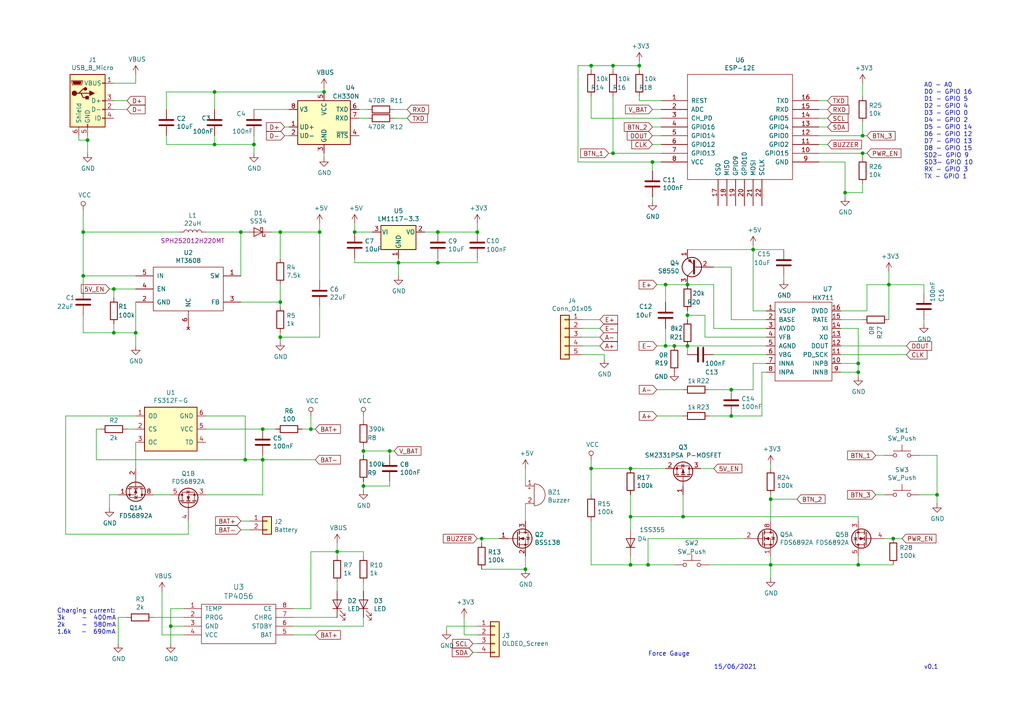
<source format=kicad_sch>
(kicad_sch (version 20211123) (generator eeschema)
  (paper "A4")
  (junction (at 127 67.31))
  (junction (at 39.37 96.52))
  (junction (at 177.8 19.05))
  (junction (at 223.52 163.83))
  (junction (at 182.88 135.89))
  (junction (at 73.66 41.91))
  (junction (at 185.42 19.05))
  (junction (at 97.79 160.02))
  (junction (at 25.4 40.64))
  (junction (at 212.09 120.65))
  (junction (at 199.39 82.55))
  (junction (at 152.4 165.1))
  (junction (at 49.53 181.61))
  (junction (at 259.08 156.21))
  (junction (at 76.2 133.35))
  (junction (at 171.45 135.89))
  (junction (at 81.28 67.31))
  (junction (at 195.58 100.33))
  (junction (at 24.13 67.31))
  (junction (at 271.78 143.51))
  (junction (at 193.04 82.55))
  (junction (at 93.98 26.67))
  (junction (at 189.23 46.99))
  (junction (at 62.23 26.67))
  (junction (at 62.23 41.91))
  (junction (at 90.17 124.46))
  (junction (at 199.39 100.33))
  (junction (at 69.85 67.31))
  (junction (at 139.7 156.21))
  (junction (at 81.28 97.79))
  (junction (at 218.44 72.39))
  (junction (at 92.71 67.31))
  (junction (at 223.52 144.78))
  (junction (at 24.13 80.01))
  (junction (at 138.43 67.31))
  (junction (at 212.09 113.03))
  (junction (at 71.12 133.35))
  (junction (at 105.41 130.81))
  (junction (at 250.19 44.45))
  (junction (at 187.96 163.83))
  (junction (at 177.8 44.45))
  (junction (at 257.81 82.55))
  (junction (at 182.88 149.86))
  (junction (at 33.02 96.52))
  (junction (at 193.04 100.33))
  (junction (at 113.03 130.81))
  (junction (at 248.92 105.41))
  (junction (at 171.45 19.05))
  (junction (at 102.87 67.31))
  (junction (at 33.02 83.82))
  (junction (at 248.92 163.83))
  (junction (at 245.11 55.88))
  (junction (at 127 76.2))
  (junction (at 250.19 39.37))
  (junction (at 76.2 124.46))
  (junction (at 105.41 140.97))
  (junction (at 198.12 149.86))
  (junction (at 115.57 76.2))
  (junction (at 199.39 91.44))
  (junction (at 248.92 107.95))
  (junction (at 81.28 87.63))
  (junction (at 182.88 163.83))
  (wire (pts (xy 102.87 67.31) (xy 107.95 67.31)))
  (wire (pts (xy 223.52 144.78) (xy 223.52 151.13)))
  (wire (pts (xy 36.83 29.21) (xy 33.02 29.21)))
  (wire (pts (xy 182.88 149.86) (xy 198.12 149.86)))
  (wire (pts (xy 105.41 132.08) (xy 105.41 130.81)))
  (wire (pts (xy 90.17 120.65) (xy 90.17 124.46)))
  (wire (pts (xy 207.01 77.47) (xy 212.09 77.47)))
  (wire (pts (xy 171.45 19.05) (xy 177.8 19.05)))
  (wire (pts (xy 205.74 113.03) (xy 212.09 113.03)))
  (wire (pts (xy 190.5 100.33) (xy 193.04 100.33)))
  (wire (pts (xy 97.79 168.91) (xy 97.79 171.45)))
  (wire (pts (xy 189.23 49.53) (xy 189.23 46.99)))
  (wire (pts (xy 31.75 83.82) (xy 33.02 83.82)))
  (wire (pts (xy 248.92 105.41) (xy 248.92 107.95)))
  (wire (pts (xy 105.41 130.81) (xy 105.41 129.54)))
  (wire (pts (xy 271.78 143.51) (xy 266.7 143.51)))
  (wire (pts (xy 39.37 96.52) (xy 39.37 100.33)))
  (wire (pts (xy 248.92 95.25) (xy 248.92 105.41)))
  (wire (pts (xy 212.09 92.71) (xy 222.25 92.71)))
  (wire (pts (xy 199.39 72.39) (xy 218.44 72.39)))
  (wire (pts (xy 182.88 149.86) (xy 182.88 153.67)))
  (wire (pts (xy 59.69 143.51) (xy 76.2 143.51)))
  (wire (pts (xy 240.03 29.21) (xy 237.49 29.21)))
  (wire (pts (xy 175.26 102.87) (xy 175.26 104.14)))
  (wire (pts (xy 78.74 67.31) (xy 81.28 67.31)))
  (wire (pts (xy 113.03 140.97) (xy 105.41 140.97)))
  (wire (pts (xy 222.25 105.41) (xy 218.44 105.41)))
  (wire (pts (xy 190.5 113.03) (xy 198.12 113.03)))
  (wire (pts (xy 27.94 124.46) (xy 29.21 124.46)))
  (wire (pts (xy 220.98 120.65) (xy 212.09 120.65)))
  (wire (pts (xy 19.05 154.94) (xy 54.61 154.94)))
  (wire (pts (xy 33.02 96.52) (xy 39.37 96.52)))
  (wire (pts (xy 139.7 156.21) (xy 144.78 156.21)))
  (wire (pts (xy 71.12 133.35) (xy 76.2 133.35)))
  (wire (pts (xy 127 74.93) (xy 127 76.2)))
  (wire (pts (xy 105.41 168.91) (xy 105.41 171.45)))
  (wire (pts (xy 177.8 20.32) (xy 177.8 19.05)))
  (wire (pts (xy 257.81 92.71) (xy 257.81 82.55)))
  (wire (pts (xy 189.23 46.99) (xy 167.64 46.99)))
  (wire (pts (xy 90.17 160.02) (xy 97.79 160.02)))
  (wire (pts (xy 90.17 176.53) (xy 85.09 176.53)))
  (wire (pts (xy 62.23 41.91) (xy 48.26 41.91)))
  (wire (pts (xy 62.23 39.37) (xy 62.23 41.91)))
  (wire (pts (xy 129.54 182.88) (xy 129.54 181.61)))
  (wire (pts (xy 76.2 133.35) (xy 76.2 132.08)))
  (wire (pts (xy 73.66 39.37) (xy 73.66 41.91)))
  (wire (pts (xy 243.84 95.25) (xy 248.92 95.25)))
  (wire (pts (xy 85.09 181.61) (xy 105.41 181.61)))
  (wire (pts (xy 193.04 82.55) (xy 193.04 87.63)))
  (wire (pts (xy 115.57 76.2) (xy 115.57 80.01)))
  (wire (pts (xy 257.81 82.55) (xy 257.81 78.74)))
  (wire (pts (xy 93.98 44.45) (xy 93.98 45.72)))
  (wire (pts (xy 105.41 181.61) (xy 105.41 179.07)))
  (wire (pts (xy 22.86 39.37) (xy 22.86 40.64)))
  (wire (pts (xy 205.74 120.65) (xy 212.09 120.65)))
  (wire (pts (xy 62.23 26.67) (xy 62.23 31.75)))
  (wire (pts (xy 257.81 82.55) (xy 251.46 82.55)))
  (wire (pts (xy 173.99 95.25) (xy 168.91 95.25)))
  (wire (pts (xy 171.45 34.29) (xy 191.77 34.29)))
  (wire (pts (xy 115.57 76.2) (xy 115.57 74.93)))
  (wire (pts (xy 24.13 60.96) (xy 24.13 67.31)))
  (wire (pts (xy 33.02 83.82) (xy 39.37 83.82)))
  (wire (pts (xy 191.77 46.99) (xy 189.23 46.99)))
  (wire (pts (xy 36.83 31.75) (xy 33.02 31.75)))
  (wire (pts (xy 105.41 121.92) (xy 105.41 120.65)))
  (wire (pts (xy 113.03 130.81) (xy 114.3 130.81)))
  (wire (pts (xy 195.58 163.83) (xy 187.96 163.83)))
  (wire (pts (xy 223.52 167.64) (xy 223.52 163.83)))
  (wire (pts (xy 54.61 154.94) (xy 54.61 151.13)))
  (wire (pts (xy 195.58 100.33) (xy 199.39 100.33)))
  (wire (pts (xy 39.37 128.27) (xy 39.37 135.89)))
  (wire (pts (xy 27.94 124.46) (xy 27.94 133.35)))
  (wire (pts (xy 199.39 91.44) (xy 199.39 92.71)))
  (wire (pts (xy 31.75 147.32) (xy 31.75 143.51)))
  (wire (pts (xy 222.25 107.95) (xy 220.98 107.95)))
  (wire (pts (xy 127 76.2) (xy 115.57 76.2)))
  (wire (pts (xy 105.41 142.24) (xy 105.41 140.97)))
  (wire (pts (xy 223.52 144.78) (xy 231.14 144.78)))
  (wire (pts (xy 34.29 179.07) (xy 34.29 186.69)))
  (wire (pts (xy 83.82 31.75) (xy 73.66 31.75)))
  (wire (pts (xy 199.39 90.17) (xy 199.39 91.44)))
  (wire (pts (xy 167.64 19.05) (xy 171.45 19.05)))
  (wire (pts (xy 218.44 90.17) (xy 218.44 72.39)))
  (wire (pts (xy 76.2 143.51) (xy 76.2 133.35)))
  (wire (pts (xy 76.2 133.35) (xy 91.44 133.35)))
  (wire (pts (xy 106.68 34.29) (xy 104.14 34.29)))
  (wire (pts (xy 259.08 156.21) (xy 261.62 156.21)))
  (wire (pts (xy 223.52 161.29) (xy 223.52 163.83)))
  (wire (pts (xy 102.87 64.77) (xy 102.87 67.31)))
  (wire (pts (xy 134.62 179.07) (xy 134.62 184.15)))
  (wire (pts (xy 205.74 163.83) (xy 223.52 163.83)))
  (wire (pts (xy 185.42 19.05) (xy 185.42 20.32)))
  (wire (pts (xy 237.49 39.37) (xy 250.19 39.37)))
  (wire (pts (xy 171.45 135.89) (xy 182.88 135.89)))
  (wire (pts (xy 190.5 120.65) (xy 198.12 120.65)))
  (wire (pts (xy 24.13 96.52) (xy 33.02 96.52)))
  (wire (pts (xy 81.28 87.63) (xy 81.28 82.55)))
  (wire (pts (xy 81.28 74.93) (xy 81.28 67.31)))
  (wire (pts (xy 39.37 24.13) (xy 33.02 24.13)))
  (wire (pts (xy 152.4 135.89) (xy 152.4 140.97)))
  (wire (pts (xy 105.41 160.02) (xy 97.79 160.02)))
  (wire (pts (xy 123.19 67.31) (xy 127 67.31)))
  (wire (pts (xy 218.44 113.03) (xy 212.09 113.03)))
  (wire (pts (xy 49.53 181.61) (xy 53.34 181.61)))
  (wire (pts (xy 81.28 87.63) (xy 69.85 87.63)))
  (wire (pts (xy 22.86 40.64) (xy 25.4 40.64)))
  (wire (pts (xy 127 67.31) (xy 138.43 67.31)))
  (wire (pts (xy 114.3 31.75) (xy 118.11 31.75)))
  (wire (pts (xy 250.19 44.45) (xy 251.46 44.45)))
  (wire (pts (xy 168.91 102.87) (xy 175.26 102.87)))
  (wire (pts (xy 46.99 171.45) (xy 46.99 184.15)))
  (wire (pts (xy 97.79 157.48) (xy 97.79 160.02)))
  (wire (pts (xy 198.12 149.86) (xy 198.12 143.51)))
  (wire (pts (xy 92.71 88.9) (xy 92.71 97.79)))
  (wire (pts (xy 81.28 67.31) (xy 92.71 67.31)))
  (wire (pts (xy 24.13 80.01) (xy 24.13 83.82)))
  (wire (pts (xy 218.44 105.41) (xy 218.44 113.03)))
  (wire (pts (xy 168.91 92.71) (xy 173.99 92.71)))
  (wire (pts (xy 218.44 71.12) (xy 218.44 72.39)))
  (wire (pts (xy 223.52 143.51) (xy 223.52 144.78)))
  (wire (pts (xy 62.23 41.91) (xy 73.66 41.91)))
  (wire (pts (xy 39.37 87.63) (xy 39.37 96.52)))
  (wire (pts (xy 97.79 160.02) (xy 97.79 161.29)))
  (wire (pts (xy 190.5 82.55) (xy 193.04 82.55)))
  (wire (pts (xy 248.92 163.83) (xy 259.08 163.83)))
  (wire (pts (xy 39.37 120.65) (xy 19.05 120.65)))
  (wire (pts (xy 73.66 41.91) (xy 73.66 44.45)))
  (wire (pts (xy 243.84 107.95) (xy 248.92 107.95)))
  (wire (pts (xy 59.69 67.31) (xy 69.85 67.31)))
  (wire (pts (xy 223.52 135.89) (xy 223.52 134.62)))
  (wire (pts (xy 36.83 179.07) (xy 34.29 179.07)))
  (wire (pts (xy 152.4 161.29) (xy 152.4 165.1)))
  (wire (pts (xy 134.62 184.15) (xy 138.43 184.15)))
  (wire (pts (xy 39.37 21.59) (xy 39.37 24.13)))
  (wire (pts (xy 48.26 41.91) (xy 48.26 39.37)))
  (wire (pts (xy 227.33 81.28) (xy 227.33 80.01)))
  (wire (pts (xy 92.71 67.31) (xy 92.71 64.77)))
  (wire (pts (xy 171.45 151.13) (xy 171.45 163.83)))
  (wire (pts (xy 44.45 179.07) (xy 53.34 179.07)))
  (wire (pts (xy 189.23 31.75) (xy 191.77 31.75)))
  (wire (pts (xy 69.85 153.67) (xy 72.39 153.67)))
  (wire (pts (xy 193.04 82.55) (xy 199.39 82.55)))
  (wire (pts (xy 243.84 102.87) (xy 262.89 102.87)))
  (wire (pts (xy 24.13 67.31) (xy 24.13 80.01)))
  (wire (pts (xy 199.39 100.33) (xy 199.39 102.87)))
  (wire (pts (xy 81.28 97.79) (xy 81.28 99.06)))
  (wire (pts (xy 33.02 86.36) (xy 33.02 83.82)))
  (wire (pts (xy 49.53 143.51) (xy 44.45 143.51)))
  (wire (pts (xy 138.43 156.21) (xy 139.7 156.21)))
  (wire (pts (xy 207.01 82.55) (xy 199.39 82.55)))
  (wire (pts (xy 227.33 72.39) (xy 218.44 72.39)))
  (wire (pts (xy 222.25 100.33) (xy 199.39 100.33)))
  (wire (pts (xy 49.53 176.53) (xy 49.53 181.61)))
  (wire (pts (xy 173.99 100.33) (xy 168.91 100.33)))
  (wire (pts (xy 118.11 34.29) (xy 114.3 34.29)))
  (wire (pts (xy 85.09 184.15) (xy 91.44 184.15)))
  (wire (pts (xy 90.17 124.46) (xy 91.44 124.46)))
  (wire (pts (xy 106.68 31.75) (xy 104.14 31.75)))
  (wire (pts (xy 220.98 107.95) (xy 220.98 120.65)))
  (wire (pts (xy 33.02 93.98) (xy 33.02 96.52)))
  (wire (pts (xy 82.55 36.83) (xy 83.82 36.83)))
  (wire (pts (xy 152.4 146.05) (xy 152.4 151.13)))
  (wire (pts (xy 237.49 44.45) (xy 250.19 44.45)))
  (wire (pts (xy 215.9 156.21) (xy 187.96 156.21)))
  (wire (pts (xy 59.69 124.46) (xy 76.2 124.46)))
  (wire (pts (xy 137.16 189.23) (xy 138.43 189.23)))
  (wire (pts (xy 245.11 55.88) (xy 250.19 55.88)))
  (wire (pts (xy 49.53 176.53) (xy 53.34 176.53)))
  (wire (pts (xy 171.45 20.32) (xy 171.45 19.05)))
  (wire (pts (xy 105.41 130.81) (xy 113.03 130.81)))
  (wire (pts (xy 105.41 140.97) (xy 105.41 139.7)))
  (wire (pts (xy 193.04 95.25) (xy 193.04 100.33)))
  (wire (pts (xy 177.8 27.94) (xy 177.8 44.45)))
  (wire (pts (xy 189.23 58.42) (xy 189.23 57.15)))
  (wire (pts (xy 245.11 46.99) (xy 245.11 55.88)))
  (wire (pts (xy 81.28 96.52) (xy 81.28 97.79)))
  (wire (pts (xy 127 76.2) (xy 138.43 76.2)))
  (wire (pts (xy 93.98 25.4) (xy 93.98 26.67)))
  (wire (pts (xy 171.45 163.83) (xy 182.88 163.83)))
  (wire (pts (xy 49.53 181.61) (xy 49.53 186.69)))
  (wire (pts (xy 243.84 100.33) (xy 262.89 100.33)))
  (wire (pts (xy 62.23 26.67) (xy 93.98 26.67)))
  (wire (pts (xy 198.12 149.86) (xy 248.92 149.86)))
  (wire (pts (xy 248.92 161.29) (xy 248.92 163.83)))
  (wire (pts (xy 207.01 102.87) (xy 222.25 102.87)))
  (wire (pts (xy 257.81 82.55) (xy 267.97 82.55)))
  (wire (pts (xy 113.03 132.08) (xy 113.03 130.81)))
  (wire (pts (xy 193.04 100.33) (xy 195.58 100.33)))
  (wire (pts (xy 102.87 76.2) (xy 115.57 76.2)))
  (wire (pts (xy 204.47 97.79) (xy 204.47 91.44)))
  (wire (pts (xy 97.79 179.07) (xy 85.09 179.07)))
  (wire (pts (xy 189.23 39.37) (xy 191.77 39.37)))
  (wire (pts (xy 138.43 64.77) (xy 138.43 67.31)))
  (wire (pts (xy 191.77 29.21) (xy 185.42 29.21)))
  (wire (pts (xy 177.8 44.45) (xy 191.77 44.45)))
  (wire (pts (xy 102.87 74.93) (xy 102.87 76.2)))
  (wire (pts (xy 271.78 132.08) (xy 266.7 132.08)))
  (wire (pts (xy 187.96 156.21) (xy 187.96 163.83)))
  (wire (pts (xy 69.85 67.31) (xy 71.12 67.31)))
  (wire (pts (xy 254 143.51) (xy 256.54 143.51)))
  (wire (pts (xy 90.17 160.02) (xy 90.17 176.53)))
  (wire (pts (xy 48.26 31.75) (xy 48.26 26.67)))
  (wire (pts (xy 69.85 67.31) (xy 69.85 80.01)))
  (wire (pts (xy 31.75 143.51) (xy 34.29 143.51)))
  (wire (pts (xy 185.42 29.21) (xy 185.42 27.94)))
  (wire (pts (xy 19.05 120.65) (xy 19.05 154.94)))
  (wire (pts (xy 222.25 90.17) (xy 218.44 90.17)))
  (wire (pts (xy 176.53 44.45) (xy 177.8 44.45)))
  (wire (pts (xy 271.78 143.51) (xy 271.78 132.08)))
  (wire (pts (xy 207.01 95.25) (xy 207.01 82.55)))
  (wire (pts (xy 167.64 46.99) (xy 167.64 19.05)))
  (wire (pts (xy 69.85 151.13) (xy 72.39 151.13)))
  (wire (pts (xy 256.54 156.21) (xy 259.08 156.21)))
  (wire (pts (xy 182.88 143.51) (xy 182.88 149.86)))
  (wire (pts (xy 212.09 77.47) (xy 212.09 92.71)))
  (wire (pts (xy 177.8 19.05) (xy 185.42 19.05)))
  (wire (pts (xy 240.03 31.75) (xy 237.49 31.75)))
  (wire (pts (xy 25.4 44.45) (xy 25.4 40.64)))
  (wire (pts (xy 250.19 24.13) (xy 250.19 27.94)))
  (wire (pts (xy 250.19 92.71) (xy 243.84 92.71)))
  (wire (pts (xy 80.01 124.46) (xy 76.2 124.46)))
  (wire (pts (xy 48.26 26.67) (xy 62.23 26.67)))
  (wire (pts (xy 222.25 95.25) (xy 207.01 95.25)))
  (wire (pts (xy 59.69 120.65) (xy 71.12 120.65)))
  (wire (pts (xy 152.4 165.1) (xy 139.7 165.1)))
  (wire (pts (xy 82.55 39.37) (xy 83.82 39.37)))
  (wire (pts (xy 171.45 143.51) (xy 171.45 135.89)))
  (wire (pts (xy 36.83 124.46) (xy 39.37 124.46)))
  (wire (pts (xy 248.92 107.95) (xy 248.92 109.22)))
  (wire (pts (xy 250.19 45.72) (xy 250.19 44.45)))
  (wire (pts (xy 27.94 133.35) (xy 71.12 133.35)))
  (wire (pts (xy 189.23 41.91) (xy 191.77 41.91)))
  (wire (pts (xy 24.13 80.01) (xy 39.37 80.01)))
  (wire (pts (xy 129.54 181.61) (xy 138.43 181.61)))
  (wire (pts (xy 240.03 34.29) (xy 237.49 34.29)))
  (wire (pts (xy 182.88 161.29) (xy 182.88 163.83)))
  (wire (pts (xy 248.92 149.86) (xy 248.92 151.13)))
  (wire (pts (xy 245.11 55.88) (xy 245.11 57.15)))
  (wire (pts (xy 139.7 157.48) (xy 139.7 156.21)))
  (wire (pts (xy 92.71 67.31) (xy 92.71 81.28)))
  (wire (pts (xy 204.47 91.44) (xy 199.39 91.44)))
  (wire (pts (xy 171.45 27.94) (xy 171.45 34.29)))
  (wire (pts (xy 24.13 67.31) (xy 52.07 67.31)))
  (wire (pts (xy 267.97 92.71) (xy 267.97 93.98)))
  (wire (pts (xy 243.84 105.41) (xy 248.92 105.41)))
  (wire (pts (xy 187.96 163.83) (xy 182.88 163.83)))
  (wire (pts (xy 113.03 139.7) (xy 113.03 140.97)))
  (wire (pts (xy 207.01 135.89) (xy 203.2 135.89)))
  (wire (pts (xy 171.45 133.35) (xy 171.45 135.89)))
  (wire (pts (xy 87.63 124.46) (xy 90.17 124.46)))
  (wire (pts (xy 240.03 41.91) (xy 237.49 41.91)))
  (wire (pts (xy 267.97 82.55) (xy 267.97 85.09)))
  (wire (pts (xy 189.23 36.83) (xy 191.77 36.83)))
  (wire (pts (xy 24.13 96.52) (xy 24.13 91.44)))
  (wire (pts (xy 173.99 97.79) (xy 168.91 97.79)))
  (wire (pts (xy 25.4 40.64) (xy 25.4 39.37)))
  (wire (pts (xy 137.16 186.69) (xy 138.43 186.69)))
  (wire (pts (xy 105.41 161.29) (xy 105.41 160.02)))
  (wire (pts (xy 250.19 55.88) (xy 250.19 53.34)))
  (wire (pts (xy 92.71 97.79) (xy 81.28 97.79)))
  (wire (pts (xy 271.78 146.05) (xy 271.78 143.51)))
  (wire (pts (xy 182.88 135.89) (xy 193.04 135.89)))
  (wire (pts (xy 185.42 17.78) (xy 185.42 19.05)))
  (wire (pts (xy 81.28 87.63) (xy 81.28 88.9)))
  (wire (pts (xy 71.12 120.65) (xy 71.12 133.35)))
  (wire (pts (xy 251.46 90.17) (xy 251.46 82.55)))
  (wire (pts (xy 254 132.08) (xy 256.54 132.08)))
  (wire (pts (xy 240.03 36.83) (xy 237.49 36.83)))
  (wire (pts (xy 237.49 46.99) (xy 245.11 46.99)))
  (wire (pts (xy 223.52 163.83) (xy 248.92 163.83)))
  (wire (pts (xy 243.84 90.17) (xy 251.46 90.17)))
  (wire (pts (xy 250.19 35.56) (xy 250.19 39.37)))
  (wire (pts (xy 250.19 39.37) (xy 251.46 39.37)))
  (wire (pts (xy 138.43 76.2) (xy 138.43 74.93)))
  (wire (pts (xy 222.25 97.79) (xy 204.47 97.79)))
  (wire (pts (xy 46.99 184.15) (xy 53.34 184.15)))
  (text "v0.1" (at 267.97 194.31 0) (effects (font (size 1.27 1.27)) (justify left bottom)))
  (text "A0 - A0\nD0 - GPIO 16\nD1 - GPIO 5\nD2 - GPIO 4\nD3 - GPIO 0\nD4 - GPIO 2\nD5 - GPIO 14\nD6 - GPIO 12\nD7 - GPIO 13\nD8 - GPIO 15\nSD2- GPIO 9\nSD3- GPIO 10\nRX - GPIO 3\nTX - GPIO 1" (at 267.97 52.07 0) (effects (font (size 1.27 1.27)) (justify left bottom)))
  (text "Force Gauge" (at 187.96 190.5 0) (effects (font (size 1.27 1.27)) (justify left bottom)))
  (text "15/06/2021\n" (at 207.01 194.31 0) (effects (font (size 1.27 1.27)) (justify left bottom)))
  (text "Charging current:\n3k     -  400mA\n2k     -  580mA\n1.6k   -  690mA" (at 16.51 184.15 0) (effects (font (size 1.27 1.27)) (justify left bottom)))
  (global_label "PWR_EN" (shape input) (at 251.46 44.45 0) (property "Intersheet References" "${INTERSHEET_REFS}" (effects hide)))
  (global_label "TXD" (shape input) (at 240.03 29.21 0) (property "Intersheet References" "${INTERSHEET_REFS}" (effects hide)))
  (global_label "5V_EN" (shape input) (at 207.01 135.89 0) (property "Intersheet References" "${INTERSHEET_REFS}" (effects hide)))
  (global_label "BTN_2" (shape input) (at 231.14 144.78 0) (property "Intersheet References" "${INTERSHEET_REFS}" (effects hide)))
  (global_label "D+" (shape input) (at 36.83 29.21 0) (property "Intersheet References" "${INTERSHEET_REFS}" (effects hide)))
  (global_label "BAT-" (shape input) (at 91.44 133.35 0) (property "Intersheet References" "${INTERSHEET_REFS}" (effects hide)))
  (global_label "V_BAT" (shape input) (at 189.23 31.75 180) (property "Intersheet References" "${INTERSHEET_REFS}" (effects hide)))
  (global_label "A+" (shape input) (at 190.5 120.65 180) (property "Intersheet References" "${INTERSHEET_REFS}" (effects hide)))
  (global_label "A+" (shape input) (at 173.99 100.33 0) (property "Intersheet References" "${INTERSHEET_REFS}" (effects hide)))
  (global_label "SDA" (shape input) (at 137.16 189.23 180) (property "Intersheet References" "${INTERSHEET_REFS}" (effects hide)))
  (global_label "V_BAT" (shape input) (at 114.3 130.81 0) (property "Intersheet References" "${INTERSHEET_REFS}" (effects hide)))
  (global_label "BUZZER" (shape input) (at 240.03 41.91 0) (property "Intersheet References" "${INTERSHEET_REFS}" (effects hide)))
  (global_label "E-" (shape input) (at 173.99 95.25 0) (property "Intersheet References" "${INTERSHEET_REFS}" (effects hide)))
  (global_label "E+" (shape input) (at 190.5 82.55 180) (property "Intersheet References" "${INTERSHEET_REFS}" (effects hide)))
  (global_label "A-" (shape input) (at 190.5 113.03 180) (property "Intersheet References" "${INTERSHEET_REFS}" (effects hide)))
  (global_label "BTN_2" (shape input) (at 189.23 36.83 180) (property "Intersheet References" "${INTERSHEET_REFS}" (effects hide)))
  (global_label "SCL" (shape input) (at 137.16 186.69 180) (property "Intersheet References" "${INTERSHEET_REFS}" (effects hide)))
  (global_label "5V_EN" (shape input) (at 31.75 83.82 180) (property "Intersheet References" "${INTERSHEET_REFS}" (effects hide)))
  (global_label "BTN_1" (shape input) (at 254 132.08 180) (property "Intersheet References" "${INTERSHEET_REFS}" (effects hide)))
  (global_label "BTN_3" (shape input) (at 251.46 39.37 0) (property "Intersheet References" "${INTERSHEET_REFS}" (effects hide)))
  (global_label "D-" (shape input) (at 82.55 39.37 180) (property "Intersheet References" "${INTERSHEET_REFS}" (effects hide)))
  (global_label "D+" (shape input) (at 82.55 36.83 180) (property "Intersheet References" "${INTERSHEET_REFS}" (effects hide)))
  (global_label "BTN_1" (shape input) (at 176.53 44.45 180) (property "Intersheet References" "${INTERSHEET_REFS}" (effects hide)))
  (global_label "BUZZER" (shape input) (at 138.43 156.21 180) (property "Intersheet References" "${INTERSHEET_REFS}" (effects hide)))
  (global_label "BAT-" (shape input) (at 69.85 153.67 180) (property "Intersheet References" "${INTERSHEET_REFS}" (effects hide)))
  (global_label "SDA" (shape input) (at 240.03 36.83 0) (property "Intersheet References" "${INTERSHEET_REFS}" (effects hide)))
  (global_label "PWR_EN" (shape input) (at 261.62 156.21 0) (property "Intersheet References" "${INTERSHEET_REFS}" (effects hide)))
  (global_label "DOUT" (shape input) (at 262.89 100.33 0) (property "Intersheet References" "${INTERSHEET_REFS}" (effects hide)))
  (global_label "D-" (shape input) (at 36.83 31.75 0) (property "Intersheet References" "${INTERSHEET_REFS}" (effects hide)))
  (global_label "SCL" (shape input) (at 240.03 34.29 0) (property "Intersheet References" "${INTERSHEET_REFS}" (effects hide)))
  (global_label "CLK" (shape input) (at 189.23 41.91 180) (property "Intersheet References" "${INTERSHEET_REFS}" (effects hide)))
  (global_label "A-" (shape input) (at 173.99 97.79 0) (property "Intersheet References" "${INTERSHEET_REFS}" (effects hide)))
  (global_label "BTN_3" (shape input) (at 254 143.51 180) (property "Intersheet References" "${INTERSHEET_REFS}" (effects hide)))
  (global_label "BAT+" (shape input) (at 91.44 124.46 0) (property "Intersheet References" "${INTERSHEET_REFS}" (effects hide)))
  (global_label "RXD" (shape input) (at 240.03 31.75 0) (property "Intersheet References" "${INTERSHEET_REFS}" (effects hide)))
  (global_label "BAT+" (shape input) (at 69.85 151.13 180) (property "Intersheet References" "${INTERSHEET_REFS}" (effects hide)))
  (global_label "RXD" (shape input) (at 118.11 31.75 0) (property "Intersheet References" "${INTERSHEET_REFS}" (effects hide)))
  (global_label "E+" (shape input) (at 173.99 92.71 0) (property "Intersheet References" "${INTERSHEET_REFS}" (effects hide)))
  (global_label "DOUT" (shape input) (at 189.23 39.37 180) (property "Intersheet References" "${INTERSHEET_REFS}" (effects hide)))
  (global_label "E-" (shape input) (at 190.5 100.33 180) (property "Intersheet References" "${INTERSHEET_REFS}" (effects hide)))
  (global_label "BAT+" (shape input) (at 91.44 184.15 0) (property "Intersheet References" "${INTERSHEET_REFS}" (effects hide)))
  (global_label "CLK" (shape input) (at 262.89 102.87 0) (property "Intersheet References" "${INTERSHEET_REFS}" (effects hide)))
  (global_label "TXD" (shape input) (at 118.11 34.29 0) (property "Intersheet References" "${INTERSHEET_REFS}" (effects hide)))
  (symbol (lib_id "ESP8266:ESP-12E") (at 214.63 36.83 0) (unit 1)
    (property "Reference" "U6" (at 214.63 17.399 0))
    (property "Value" "ESP-12E" (at 214.63 19.7104 0))
    (property "Footprint" "ESP8266:ESP-12" (effects hide))
    (property "Datasheet" "http://l0l.org.uk/2014/12/esp8266-modules-hardware-guide-gotta-catch-em-all/" (effects hide))
  )
  (symbol (lib_id "Interface_USB:CH330N") (at 93.98 34.29 0) (unit 1)
    (property "Reference" "U4" (at 101.6 25.4 0))
    (property "Value" "CH330N" (at 100.33 27.94 0))
    (property "Footprint" "Package_SO:SOIC-8_3.9x4.9mm_P1.27mm" (effects hide))
    (property "Datasheet" "http://www.wch.cn/downloads/file/240.html" (effects hide))
    (property "Order" "https://lcsc.com/product-detail/USB-ICs_WCH-Jiangsu-Qin-Heng-CH330N_C108996.html" (effects hide))
  )
  (symbol (lib_id "ForceGaugeSymbols:TP4056") (at 57.15 177.8 0) (unit 1)
    (property "Reference" "U3" (at 69.215 170.2562 0) (effects (font (size 1.524 1.524))))
    (property "Value" "TP4056" (at 69.215 172.9486 0) (effects (font (size 1.524 1.524))))
    (property "Footprint" "forcegauge:SOP8-PP" (effects hide))
    (property "Datasheet" "https://datasheet.lcsc.com/lcsc/1904031009_TPOWER-TP4056_C382139.pdf" (effects hide))
  )
  (symbol (lib_id "Connector:USB_B_Micro") (at 25.4 29.21 0) (unit 1)
    (property "Reference" "J1" (at 26.8478 17.3482 0))
    (property "Value" "USB_B_Micro" (at 26.8478 19.6596 0))
    (property "Footprint" "Connector_USB:USB_Micro-B_Wuerth_629105150521_CircularHoles" (effects hide))
    (property "Datasheet" "https://datasheet.lcsc.com/lcsc/2002271812_XKB-Enterprise-U254-051N-4BH806_C319170.pdf" (effects hide))
    (property "Order" "https://lcsc.com/product-detail/USB-Connectors_XKB-Connectivity-U254-051N-4BH806_C319170.html" (effects hide))
  )
  (symbol (lib_id "power:GND") (at 49.53 186.69 0) (unit 1)
    (property "Reference" "#PWR0101" (effects hide))
    (property "Value" "GND" (at 49.657 191.0842 0))
  )
  (symbol (lib_id "power:GND") (at 25.4 44.45 0) (unit 1)
    (property "Reference" "#PWR0102" (effects hide))
    (property "Value" "GND" (at 25.527 48.8442 0))
  )
  (symbol (lib_id "power:VBUS") (at 39.37 21.59 0) (unit 1)
    (property "Reference" "#PWR0103" (effects hide))
    (property "Value" "VBUS" (at 39.751 17.1958 0))
  )
  (symbol (lib_id "power:VBUS") (at 46.99 171.45 0) (unit 1)
    (property "Reference" "#PWR0104" (effects hide))
    (property "Value" "VBUS" (at 47.371 167.0558 0))
  )
  (symbol (lib_id "Device:C") (at 48.26 35.56 0) (unit 1)
    (property "Reference" "C2" (at 51.181 34.3916 0) (effects (justify left)))
    (property "Value" "10uF" (at 51.181 36.703 0) (effects (justify left)))
    (property "Footprint" "Capacitor_SMD:C_0603_1608Metric" (effects hide))
  )
  (symbol (lib_id "Device:R") (at 40.64 179.07 270) (unit 1)
    (property "Reference" "R3" (at 40.64 173.8122 90))
    (property "Value" "2k" (at 40.64 176.1236 90))
    (property "Footprint" "Resistor_SMD:R_0603_1608Metric" (effects hide))
  )
  (symbol (lib_id "power:GND") (at 34.29 186.69 0) (unit 1)
    (property "Reference" "#PWR0105" (effects hide))
    (property "Value" "GND" (at 34.417 191.0842 0))
  )
  (symbol (lib_id "Device:R") (at 83.82 124.46 270) (unit 1)
    (property "Reference" "R6" (at 83.82 119.2022 90))
    (property "Value" "100" (at 83.82 121.5136 90))
    (property "Footprint" "Resistor_SMD:R_0603_1608Metric" (effects hide))
  )
  (symbol (lib_id "Device:C") (at 76.2 128.27 0) (unit 1)
    (property "Reference" "C5" (at 79.121 127.1016 0) (effects (justify left)))
    (property "Value" "100nF" (at 79.121 129.413 0) (effects (justify left)))
    (property "Footprint" "Capacitor_SMD:C_0603_1608Metric" (effects hide))
  )
  (symbol (lib_id "Device:R") (at 33.02 124.46 270) (unit 1)
    (property "Reference" "R2" (at 33.02 121.92 90))
    (property "Value" "2k" (at 33.02 127 90))
    (property "Footprint" "Resistor_SMD:R_0603_1608Metric" (effects hide))
  )
  (symbol (lib_id "power:GND") (at 31.75 147.32 0) (unit 1)
    (property "Reference" "#PWR0106" (effects hide))
    (property "Value" "GND" (at 31.877 151.7142 0))
  )
  (symbol (lib_id "Device:LED") (at 97.79 175.26 90) (unit 1)
    (property "Reference" "D2" (at 100.7618 174.2694 90) (effects (justify right)))
    (property "Value" "LED" (at 100.7618 176.5808 90) (effects (justify right)))
    (property "Footprint" "Diode_SMD:D_0603_1608Metric" (effects hide))
  )
  (symbol (lib_id "Device:R") (at 97.79 165.1 180) (unit 1)
    (property "Reference" "R7" (at 99.568 163.9316 0) (effects (justify right)))
    (property "Value" "1k" (at 99.568 166.243 0) (effects (justify right)))
    (property "Footprint" "Resistor_SMD:R_0603_1608Metric" (effects hide))
  )
  (symbol (lib_id "power:VBUS") (at 97.79 157.48 0) (unit 1)
    (property "Reference" "#PWR0107" (effects hide))
    (property "Value" "VBUS" (at 98.171 153.0858 0))
  )
  (symbol (lib_id "Device:LED") (at 105.41 175.26 90) (unit 1)
    (property "Reference" "D3" (at 108.3818 174.2694 90) (effects (justify right)))
    (property "Value" "LED" (at 108.3818 176.5808 90) (effects (justify right)))
    (property "Footprint" "Diode_SMD:D_0603_1608Metric" (effects hide))
  )
  (symbol (lib_id "Device:R") (at 105.41 165.1 180) (unit 1)
    (property "Reference" "R10" (at 107.188 163.9316 0) (effects (justify right)))
    (property "Value" "1k" (at 107.188 166.243 0) (effects (justify right)))
    (property "Footprint" "Resistor_SMD:R_0603_1608Metric" (effects hide))
  )
  (symbol (lib_id "Switch:SW_Push") (at 200.66 163.83 0) (unit 1)
    (property "Reference" "SW2" (at 200.66 157.48 0))
    (property "Value" "SW_Push" (at 200.66 160.02 0))
    (property "Footprint" "Button_Switch_THT:SW_PUSH_6mm" (effects hide))
    (property "Order" "https://www.aliexpress.com/item/32818921144.html?spm=a2g0s.9042311.0.0.7b9a4c4dTZZxJg" (effects hide))
  )
  (symbol (lib_id "Switch:SW_Push") (at 261.62 132.08 0) (unit 1)
    (property "Reference" "SW1" (at 261.62 124.841 0))
    (property "Value" "SW_Push" (at 261.62 127.1524 0))
    (property "Footprint" "Button_Switch_THT:SW_PUSH_6mm" (effects hide))
    (property "Order" "https://www.aliexpress.com/item/32818921144.html?spm=a2g0s.9042311.0.0.7b9a4c4dTZZxJg" (effects hide))
  )
  (symbol (lib_id "Switch:SW_Push") (at 261.62 143.51 0) (unit 1)
    (property "Reference" "SW3" (at 261.62 136.271 0))
    (property "Value" "SW_Push" (at 261.62 138.5824 0))
    (property "Footprint" "Button_Switch_THT:SW_PUSH_6mm" (effects hide))
    (property "Order" "https://www.aliexpress.com/item/32818921144.html?spm=a2g0s.9042311.0.0.7b9a4c4dTZZxJg" (effects hide))
  )
  (symbol (lib_id "Device:C") (at 24.13 87.63 0) (unit 1)
    (property "Reference" "C1" (at 19.05 86.36 0) (effects (justify left)))
    (property "Value" "22uF" (at 16.51 88.9 0) (effects (justify left)))
    (property "Footprint" "Capacitor_SMD:C_1812_4532Metric" (effects hide))
  )
  (symbol (lib_id "power:GND") (at 39.37 100.33 0) (unit 1)
    (property "Reference" "#PWR0108" (effects hide))
    (property "Value" "GND" (at 39.497 104.7242 0))
  )
  (symbol (lib_id "Device:R") (at 81.28 78.74 180) (unit 1)
    (property "Reference" "R4" (at 83.058 77.5716 0) (effects (justify right)))
    (property "Value" "7.5k" (at 83.058 79.883 0) (effects (justify right)))
    (property "Footprint" "Resistor_SMD:R_0603_1608Metric" (effects hide))
  )
  (symbol (lib_id "Device:L") (at 55.88 67.31 90) (unit 1)
    (property "Reference" "L1" (at 55.88 62.484 90))
    (property "Value" "22uH" (at 55.88 64.7954 90))
    (property "Footprint" "Inductor_SMD:L_1008_2520Metric" (effects hide))
    (property "Datasheet" "https://datasheet.lcsc.com/lcsc/Sunlord-SPH252012H220MT_C98385.pdf" (effects hide))
    (property "Order" "https://lcsc.com/product-detail/Power-Inductors_Sunlord-SPH252012H220MT_C98385.html" (effects hide))
    (property "Name" "SPH252012H220MT" (at 55.88 69.85 90))
  )
  (symbol (lib_id "Device:D_Schottky") (at 74.93 67.31 180) (unit 1)
    (property "Reference" "D1" (at 74.93 61.8236 0))
    (property "Value" "SS34" (at 74.93 64.135 0))
    (property "Footprint" "Diode_SMD:D_SMA" (effects hide))
    (property "Datasheet" "https://lcsc.com/product-detail/Schottky-Barrier-Diodes-SBD_MDD_SS34_SS34_C8678.html" (effects hide))
  )
  (symbol (lib_id "Device:R") (at 81.28 92.71 180) (unit 1)
    (property "Reference" "R5" (at 83.058 91.5416 0) (effects (justify right)))
    (property "Value" "1k" (at 83.058 93.853 0) (effects (justify right)))
    (property "Footprint" "Resistor_SMD:R_0603_1608Metric" (effects hide))
  )
  (symbol (lib_id "power:GND") (at 81.28 99.06 0) (unit 1)
    (property "Reference" "#PWR0109" (effects hide))
    (property "Value" "GND" (at 81.407 103.4542 0))
  )
  (symbol (lib_id "Device:C") (at 92.71 85.09 0) (unit 1)
    (property "Reference" "C6" (at 95.631 83.9216 0) (effects (justify left)))
    (property "Value" "22uF" (at 95.631 86.233 0) (effects (justify left)))
    (property "Footprint" "Capacitor_SMD:C_1812_4532Metric" (effects hide))
  )
  (symbol (lib_id "Transistor_FET:FDS6892A") (at 54.61 146.05 90) (unit 2)
    (property "Reference" "Q1" (at 54.61 137.3632 90))
    (property "Value" "FDS6892A" (at 54.61 139.6746 90))
    (property "Footprint" "Package_SO:SOIC-8_3.9x4.9mm_P1.27mm" (effects hide))
    (property "Datasheet" "http://www.fairchildsemi.com/ds/FD/FDS6892A.pdf" (effects hide))
  )
  (symbol (lib_id "Transistor_FET:FDS6892A") (at 39.37 140.97 270) (unit 1)
    (property "Reference" "Q1" (at 39.37 147.2946 90))
    (property "Value" "FDS6892A" (at 39.37 149.606 90))
    (property "Footprint" "Package_SO:SOIC-8_3.9x4.9mm_P1.27mm" (effects hide))
    (property "Datasheet" "http://www.fairchildsemi.com/ds/FD/FDS6892A.pdf" (effects hide))
  )
  (symbol (lib_id "power:VCC") (at 90.17 120.65 0) (unit 1)
    (property "Reference" "#PWR0110" (effects hide))
    (property "Value" "VCC" (at 90.6018 116.2558 0))
  )
  (symbol (lib_id "power:VCC") (at 24.13 60.96 0) (unit 1)
    (property "Reference" "#PWR0111" (effects hide))
    (property "Value" "VCC" (at 24.5618 56.5658 0))
  )
  (symbol (lib_id "power:VCC") (at 171.45 133.35 0) (unit 1)
    (property "Reference" "#PWR0112" (effects hide))
    (property "Value" "VCC" (at 171.8818 128.9558 0))
  )
  (symbol (lib_id "Device:R") (at 171.45 147.32 180) (unit 1)
    (property "Reference" "R15" (at 173.228 146.1516 0) (effects (justify right)))
    (property "Value" "100k" (at 173.228 148.463 0) (effects (justify right)))
    (property "Footprint" "Resistor_SMD:R_0603_1608Metric" (effects hide))
  )
  (symbol (lib_id "Device:D") (at 182.88 157.48 90) (unit 1)
    (property "Reference" "D4" (at 184.8866 156.3116 90) (effects (justify right)))
    (property "Value" "1SS355" (at 185.42 153.67 90) (effects (justify right)))
    (property "Footprint" "Diode_SMD:D_SOD-323_HandSoldering" (effects hide))
    (property "Datasheet" "https://datasheet.lcsc.com/lcsc/2010131837_ZRE-1SS355-A_C779741.pdf" (effects hide))
  )
  (symbol (lib_id "Transistor_FET:FDS6892A") (at 220.98 156.21 0) (unit 1)
    (property "Reference" "Q5" (at 226.1616 155.0416 0) (effects (justify left)))
    (property "Value" "FDS6892A" (at 226.1616 157.353 0) (effects (justify left)))
    (property "Footprint" "Package_SO:SOIC-8_3.9x4.9mm_P1.27mm" (effects hide))
    (property "Datasheet" "https://www.onsemi.com/pdf/datasheet/fds6892a-d.pdf" (effects hide))
  )
  (symbol (lib_id "Transistor_FET:FDS6892A") (at 251.46 156.21 180) (unit 2)
    (property "Reference" "Q5" (at 246.253 155.0416 0) (effects (justify left)))
    (property "Value" "FDS6892A" (at 246.253 157.353 0) (effects (justify left)))
    (property "Footprint" "Package_SO:SOIC-8_3.9x4.9mm_P1.27mm" (effects hide))
    (property "Datasheet" "https://www.onsemi.com/pdf/datasheet/fds6892a-d.pdf" (effects hide))
  )
  (symbol (lib_id "power:GND") (at 223.52 167.64 0) (unit 1)
    (property "Reference" "#PWR0113" (effects hide))
    (property "Value" "GND" (at 223.647 172.0342 0))
  )
  (symbol (lib_id "Device:R") (at 223.52 139.7 180) (unit 1)
    (property "Reference" "R24" (at 225.298 138.5316 0) (effects (justify right)))
    (property "Value" "100k" (at 225.298 140.843 0) (effects (justify right)))
    (property "Footprint" "Resistor_SMD:R_0603_1608Metric" (effects hide))
  )
  (symbol (lib_id "power:+3V3") (at 223.52 134.62 0) (unit 1)
    (property "Reference" "#PWR0114" (effects hide))
    (property "Value" "+3V3" (at 223.901 130.2258 0))
  )
  (symbol (lib_id "Device:R") (at 182.88 139.7 180) (unit 1)
    (property "Reference" "R17" (at 184.658 138.5316 0) (effects (justify right)))
    (property "Value" "100k" (at 184.658 140.843 0) (effects (justify right)))
    (property "Footprint" "Resistor_SMD:R_0603_1608Metric" (effects hide))
  )
  (symbol (lib_id "Device:R") (at 33.02 90.17 180) (unit 1)
    (property "Reference" "R1" (at 34.29 88.9 0) (effects (justify right)))
    (property "Value" "100k" (at 34.29 91.44 0) (effects (justify right)))
    (property "Footprint" "Resistor_SMD:R_0603_1608Metric" (effects hide))
  )
  (symbol (lib_id "Device:Q_PMOS_GSD") (at 198.12 138.43 270) (mirror x) (unit 1)
    (property "Reference" "Q3" (at 198.12 129.7432 90))
    (property "Value" "SM2331PSA P-MOSFET" (at 198.12 132.0546 90))
    (property "Footprint" "Package_TO_SOT_SMD:SOT-23" (effects hide))
    (property "Datasheet" "https://datasheet.lcsc.com/lcsc/1908282002_Sinopower-Semicon-SM2331PSAC-TRG_C368562.pdf" (effects hide))
  )
  (symbol (lib_id "Device:R") (at 259.08 160.02 180) (unit 1)
    (property "Reference" "R28" (at 260.858 158.8516 0) (effects (justify right)))
    (property "Value" "100k" (at 260.858 161.163 0) (effects (justify right)))
    (property "Footprint" "Resistor_SMD:R_0603_1608Metric" (effects hide))
  )
  (symbol (lib_id "ForceGaugeSymbols:HX711") (at 236.22 86.36 0) (unit 1)
    (property "Reference" "U7" (at 240.03 83.82 0))
    (property "Value" "HX711" (at 238.76 86.36 0))
    (property "Footprint" "Package_SO:SOP-16_4.55x10.3mm_P1.27mm" (effects hide))
    (property "Datasheet" "https://cdn.sparkfun.com/datasheets/Sensors/ForceFlex/hx711_english.pdf" (effects hide))
    (property "Alternative" "https://datasheet.lcsc.com/lcsc/2011051703_Avia-Semicon-Xiamen-HX711_C43656.pdf" (effects hide))
  )
  (symbol (lib_id "Device:R") (at 254 92.71 90) (unit 1)
    (property "Reference" "R27" (at 255.1684 94.488 0) (effects (justify right)))
    (property "Value" "0R" (at 252.857 94.488 0) (effects (justify right)))
    (property "Footprint" "Resistor_SMD:R_0603_1608Metric" (effects hide))
  )
  (symbol (lib_id "power:+3V3") (at 257.81 78.74 0) (unit 1)
    (property "Reference" "#PWR0115" (effects hide))
    (property "Value" "+3V3" (at 258.191 74.3458 0))
  )
  (symbol (lib_id "power:GND") (at 248.92 109.22 0) (unit 1)
    (property "Reference" "#PWR0116" (effects hide))
    (property "Value" "GND" (at 249.047 113.6142 0))
  )
  (symbol (lib_id "Device:C") (at 212.09 116.84 0) (unit 1)
    (property "Reference" "C14" (at 215.011 115.6716 0) (effects (justify left)))
    (property "Value" "100nF" (at 215.011 117.983 0) (effects (justify left)))
    (property "Footprint" "Capacitor_SMD:C_0603_1608Metric" (effects hide))
  )
  (symbol (lib_id "Device:R") (at 201.93 113.03 90) (unit 1)
    (property "Reference" "R22" (at 201.93 110.49 90) (effects (justify right)))
    (property "Value" "1k" (at 199.39 110.49 90) (effects (justify right)))
    (property "Footprint" "Resistor_SMD:R_0603_1608Metric" (effects hide))
  )
  (symbol (lib_id "Device:R") (at 201.93 120.65 90) (unit 1)
    (property "Reference" "R23" (at 201.93 118.11 90) (effects (justify right)))
    (property "Value" "1k" (at 199.39 118.11 90) (effects (justify right)))
    (property "Footprint" "Resistor_SMD:R_0603_1608Metric" (effects hide))
  )
  (symbol (lib_id "Device:Buzzer") (at 154.94 143.51 0) (unit 1)
    (property "Reference" "BZ1" (at 158.8008 142.7734 0) (effects (justify left)))
    (property "Value" "Buzzer" (at 158.8008 145.0848 0) (effects (justify left)))
    (property "Footprint" "Buzzer_Beeper:Buzzer_12x9.5RM7.6" (effects hide))
    (property "Order" "https://www.aliexpress.com/item/32914327679.html?spm=a2g0s.9042311.0.0.7b9a4c4dTZZxJg" (effects hide))
  )
  (symbol (lib_id "Device:R") (at 199.39 86.36 0) (unit 1)
    (property "Reference" "R20" (at 203.2 87.63 0) (effects (justify right)))
    (property "Value" "20k" (at 204.47 85.09 0) (effects (justify right)))
    (property "Footprint" "Resistor_SMD:R_0603_1608Metric" (effects hide))
  )
  (symbol (lib_id "Device:R") (at 199.39 96.52 0) (unit 1)
    (property "Reference" "R21" (at 198.12 97.79 0) (effects (justify right)))
    (property "Value" "8k2" (at 198.12 95.25 0) (effects (justify right)))
    (property "Footprint" "Resistor_SMD:R_0603_1608Metric" (effects hide))
  )
  (symbol (lib_id "power:+5V") (at 92.71 64.77 0) (unit 1)
    (property "Reference" "#PWR0117" (effects hide))
    (property "Value" "+5V" (at 93.091 60.3758 0))
  )
  (symbol (lib_id "power:+5V") (at 218.44 71.12 0) (unit 1)
    (property "Reference" "#PWR0118" (effects hide))
    (property "Value" "+5V" (at 218.821 66.7258 0))
  )
  (symbol (lib_id "Transistor_BJT:S8550") (at 201.93 77.47 180) (unit 1)
    (property "Reference" "Q4" (at 197.0786 76.3016 0) (effects (justify left)))
    (property "Value" "S8550" (at 197.0786 78.613 0) (effects (justify left)))
    (property "Footprint" "Package_TO_SOT_SMD:SOT-23" (effects hide))
    (property "Datasheet" "http://www.unisonic.com.tw/datasheet/S8550.pdf" (effects hide))
  )
  (symbol (lib_id "ForceGaugeSymbols:MT3608") (at 54.61 83.82 0) (unit 1)
    (property "Reference" "U2" (at 54.61 73.279 0))
    (property "Value" "MT3608" (at 54.61 75.5904 0))
    (property "Footprint" "Package_TO_SOT_SMD:SOT-23-6" (effects hide))
    (property "Datasheet" "https://datasheet.lcsc.com/lcsc/XI-AN-Aerosemi-Tech-MT3608_C84817.pdf" (effects hide))
  )
  (symbol (lib_id "Transistor_FET:BSS138") (at 149.86 156.21 0) (unit 1)
    (property "Reference" "Q2" (at 155.0416 155.0416 0) (effects (justify left)))
    (property "Value" "BSS138" (at 155.0416 157.353 0) (effects (justify left)))
    (property "Footprint" "Package_TO_SOT_SMD:SOT-23" (effects hide))
    (property "Datasheet" "https://www.fairchildsemi.com/datasheets/BS/BSS138.pdf" (effects hide))
  )
  (symbol (lib_id "Device:C") (at 203.2 102.87 270) (unit 1)
    (property "Reference" "C13" (at 204.47 107.95 90) (effects (justify left)))
    (property "Value" "100nF" (at 204.47 105.41 90) (effects (justify left)))
    (property "Footprint" "Capacitor_SMD:C_0603_1608Metric" (effects hide))
  )
  (symbol (lib_id "power:+5V") (at 152.4 135.89 0) (unit 1)
    (property "Reference" "#PWR0136" (effects hide))
    (property "Value" "+5V" (at 152.781 131.4958 0))
  )
  (symbol (lib_id "Device:R") (at 139.7 161.29 180) (unit 1)
    (property "Reference" "R13" (at 141.478 160.1216 0) (effects (justify right)))
    (property "Value" "100k" (at 141.478 162.433 0) (effects (justify right)))
    (property "Footprint" "Resistor_SMD:R_0603_1608Metric" (effects hide))
  )
  (symbol (lib_id "Device:C") (at 193.04 91.44 180) (unit 1)
    (property "Reference" "C12" (at 189.23 88.9 0) (effects (justify left)))
    (property "Value" "10uF" (at 189.23 91.44 0) (effects (justify left)))
    (property "Footprint" "Capacitor_SMD:C_0603_1608Metric" (effects hide))
  )
  (symbol (lib_id "power:GND") (at 195.58 107.95 0) (unit 1)
    (property "Reference" "#PWR0119" (effects hide))
    (property "Value" "GND" (at 191.77 109.22 0))
  )
  (symbol (lib_id "power:GND") (at 152.4 165.1 0) (unit 1)
    (property "Reference" "#PWR0137" (effects hide))
    (property "Value" "GND" (at 152.527 169.4942 0))
  )
  (symbol (lib_id "Device:R") (at 195.58 104.14 0) (unit 1)
    (property "Reference" "R19" (at 193.802 105.3084 0) (effects (justify right)))
    (property "Value" "0R" (at 193.802 102.997 0) (effects (justify right)))
    (property "Footprint" "Resistor_SMD:R_0603_1608Metric" (effects hide))
  )
  (symbol (lib_id "Device:C") (at 227.33 76.2 180) (unit 1)
    (property "Reference" "C15" (at 223.52 73.66 0) (effects (justify left)))
    (property "Value" "10uF" (at 223.52 76.2 0) (effects (justify left)))
    (property "Footprint" "Capacitor_SMD:C_0603_1608Metric" (effects hide))
  )
  (symbol (lib_id "Connector_Generic:Conn_01x05") (at 163.83 97.79 0) (mirror y) (unit 1)
    (property "Reference" "J4" (at 165.9128 87.1982 0))
    (property "Value" "Conn_01x05" (at 165.9128 89.5096 0))
    (property "Footprint" "Connector_PinSocket_2.54mm:PinSocket_1x05_P2.54mm_Vertical" (effects hide))
  )
  (symbol (lib_id "power:GND") (at 227.33 81.28 0) (unit 1)
    (property "Reference" "#PWR0120" (effects hide))
    (property "Value" "GND" (at 227.457 85.6742 0))
  )
  (symbol (lib_id "Device:C") (at 189.23 53.34 0) (unit 1)
    (property "Reference" "C11" (at 192.151 52.1716 0) (effects (justify left)))
    (property "Value" "100nF" (at 192.151 54.483 0) (effects (justify left)))
    (property "Footprint" "Capacitor_SMD:C_0603_1608Metric" (effects hide))
  )
  (symbol (lib_id "Device:C") (at 62.23 35.56 0) (unit 1)
    (property "Reference" "C3" (at 58.42 34.29 0) (effects (justify left)))
    (property "Value" "100nF" (at 55.88 38.1 0) (effects (justify left)))
    (property "Footprint" "Capacitor_SMD:C_0603_1608Metric" (effects hide))
  )
  (symbol (lib_id "power:GND") (at 175.26 104.14 0) (unit 1)
    (property "Reference" "#PWR0138" (effects hide))
    (property "Value" "GND" (at 175.387 108.5342 0))
  )
  (symbol (lib_id "power:GND") (at 93.98 45.72 0) (unit 1)
    (property "Reference" "#PWR0131" (effects hide))
    (property "Value" "GND" (at 94.107 50.1142 0))
  )
  (symbol (lib_id "Device:C") (at 73.66 35.56 0) (unit 1)
    (property "Reference" "C4" (at 68.58 33.02 0) (effects (justify left)))
    (property "Value" "100nF" (at 67.31 38.1 0) (effects (justify left)))
    (property "Footprint" "Capacitor_SMD:C_0603_1608Metric" (effects hide))
  )
  (symbol (lib_id "power:GND") (at 73.66 44.45 0) (unit 1)
    (property "Reference" "#PWR0130" (effects hide))
    (property "Value" "GND" (at 73.787 48.8442 0))
  )
  (symbol (lib_id "power:VBUS") (at 93.98 25.4 0) (unit 1)
    (property "Reference" "#PWR0129" (effects hide))
    (property "Value" "VBUS" (at 94.361 21.0058 0))
  )
  (symbol (lib_id "Device:R") (at 110.49 31.75 90) (unit 1)
    (property "Reference" "R11" (at 113.03 29.21 90) (effects (justify right)))
    (property "Value" "470R" (at 106.68 29.21 90) (effects (justify right)))
    (property "Footprint" "Resistor_SMD:R_0603_1608Metric" (effects hide))
  )
  (symbol (lib_id "Device:R") (at 110.49 34.29 90) (unit 1)
    (property "Reference" "R12" (at 113.03 36.83 90) (effects (justify right)))
    (property "Value" "470R" (at 106.68 36.83 90) (effects (justify right)))
    (property "Footprint" "Resistor_SMD:R_0603_1608Metric" (effects hide))
  )
  (symbol (lib_id "power:+3V3") (at 185.42 17.78 0) (unit 1)
    (property "Reference" "#PWR0121" (effects hide))
    (property "Value" "+3V3" (at 185.801 13.3858 0))
  )
  (symbol (lib_id "Device:R") (at 185.42 24.13 0) (unit 1)
    (property "Reference" "R18" (at 189.23 25.4 0) (effects (justify right)))
    (property "Value" "10k" (at 190.5 22.86 0) (effects (justify right)))
    (property "Footprint" "Resistor_SMD:R_0603_1608Metric" (effects hide))
  )
  (symbol (lib_id "ForceGaugeSymbols:FS312F-G") (at 49.53 124.46 0) (unit 1)
    (property "Reference" "U1" (at 49.53 113.8682 0))
    (property "Value" "FS312F-G" (at 49.53 116.1796 0))
    (property "Footprint" "Package_TO_SOT_SMD:SOT-23-6" (effects hide))
    (property "Datasheet" "https://datasheet.lcsc.com/lcsc/1811151452_Fortune-Semicon-FS312F-G_C82736.pdf" (effects hide))
    (property "Alternative" "http://www.ti.com/lit/ds/symlink/bq2970.pdf" (effects hide))
  )
  (symbol (lib_id "Device:R") (at 177.8 24.13 0) (unit 1)
    (property "Reference" "R16" (at 181.61 25.4 0) (effects (justify right)))
    (property "Value" "10k" (at 182.88 22.86 0) (effects (justify right)))
    (property "Footprint" "Resistor_SMD:R_0603_1608Metric" (effects hide))
  )
  (symbol (lib_id "power:GND") (at 245.11 57.15 0) (unit 1)
    (property "Reference" "#PWR0122" (effects hide))
    (property "Value" "GND" (at 245.237 61.5442 0))
  )
  (symbol (lib_id "Device:R") (at 105.41 125.73 0) (unit 1)
    (property "Reference" "R8" (at 109.22 127 0) (effects (justify right)))
    (property "Value" "390k" (at 111.76 124.46 0) (effects (justify right)))
    (property "Footprint" "Resistor_SMD:R_0603_1608Metric" (effects hide))
  )
  (symbol (lib_id "Device:R") (at 105.41 135.89 0) (unit 1)
    (property "Reference" "R9" (at 109.22 137.16 0) (effects (justify right)))
    (property "Value" "100k" (at 111.76 134.62 0) (effects (justify right)))
    (property "Footprint" "Resistor_SMD:R_0603_1608Metric" (effects hide))
  )
  (symbol (lib_id "power:VCC") (at 105.41 120.65 0) (unit 1)
    (property "Reference" "#PWR0123" (effects hide))
    (property "Value" "VCC" (at 105.8418 116.2558 0))
  )
  (symbol (lib_id "power:GND") (at 105.41 142.24 0) (unit 1)
    (property "Reference" "#PWR0124" (effects hide))
    (property "Value" "GND" (at 105.537 146.6342 0))
  )
  (symbol (lib_id "Connector_Generic:Conn_01x04") (at 143.51 184.15 0) (unit 1)
    (property "Reference" "J3" (at 145.542 184.3532 0) (effects (justify left)))
    (property "Value" "OLDED_Screen" (at 145.542 186.6646 0) (effects (justify left)))
    (property "Footprint" "Connector_PinSocket_2.54mm:PinSocket_1x04_P2.54mm_Vertical" (effects hide))
  )
  (symbol (lib_id "power:GND") (at 129.54 182.88 0) (unit 1)
    (property "Reference" "#PWR0125" (effects hide))
    (property "Value" "GND" (at 129.667 187.2742 0))
  )
  (symbol (lib_id "power:+3V3") (at 134.62 179.07 0) (unit 1)
    (property "Reference" "#PWR0126" (effects hide))
    (property "Value" "+3V3" (at 135.001 174.6758 0))
  )
  (symbol (lib_id "power:GND") (at 271.78 146.05 0) (unit 1)
    (property "Reference" "#PWR0127" (effects hide))
    (property "Value" "GND" (at 271.907 150.4442 0))
  )
  (symbol (lib_id "Device:R") (at 250.19 49.53 180) (unit 1)
    (property "Reference" "R26" (at 251.968 48.3616 0) (effects (justify right)))
    (property "Value" "10k" (at 251.968 50.673 0) (effects (justify right)))
    (property "Footprint" "Resistor_SMD:R_0603_1608Metric" (effects hide))
  )
  (symbol (lib_id "Device:R") (at 250.19 31.75 180) (unit 1)
    (property "Reference" "R25" (at 251.968 30.5816 0) (effects (justify right)))
    (property "Value" "10k" (at 251.968 32.893 0) (effects (justify right)))
    (property "Footprint" "Resistor_SMD:R_0603_1608Metric" (effects hide))
  )
  (symbol (lib_id "power:+3V3") (at 250.19 24.13 0) (unit 1)
    (property "Reference" "#PWR0128" (effects hide))
    (property "Value" "+3V3" (at 250.571 19.7358 0))
  )
  (symbol (lib_id "Device:R") (at 171.45 24.13 0) (unit 1)
    (property "Reference" "R14" (at 175.26 25.4 0) (effects (justify right)))
    (property "Value" "10k" (at 176.53 22.86 0) (effects (justify right)))
    (property "Footprint" "Resistor_SMD:R_0603_1608Metric" (effects hide))
  )
  (symbol (lib_id "Connector_Generic:Conn_01x02") (at 77.47 151.13 0) (unit 1)
    (property "Reference" "J2" (at 79.502 151.3332 0) (effects (justify left)))
    (property "Value" "Battery" (at 79.502 153.6446 0) (effects (justify left)))
    (property "Footprint" "Connector_PinHeader_2.54mm:PinHeader_1x02_P2.54mm_Vertical" (effects hide))
  )
  (symbol (lib_id "Device:C") (at 113.03 135.89 0) (unit 1)
    (property "Reference" "C8" (at 115.951 134.7216 0) (effects (justify left)))
    (property "Value" "100nF" (at 115.951 137.033 0) (effects (justify left)))
    (property "Footprint" "Capacitor_SMD:C_0603_1608Metric" (effects hide))
  )
  (symbol (lib_id "power:GND") (at 189.23 58.42 0) (unit 1)
    (property "Reference" "#PWR0132" (effects hide))
    (property "Value" "GND" (at 189.357 62.8142 0))
  )
  (symbol (lib_id "Regulator_Linear:LM1117-3.3") (at 115.57 67.31 0) (unit 1)
    (property "Reference" "U5" (at 115.57 61.1632 0))
    (property "Value" "LM1117-3.3" (at 115.57 63.4746 0))
    (property "Footprint" "Package_TO_SOT_SMD:SOT-223" (effects hide))
    (property "Datasheet" "http://www.ti.com/lit/ds/symlink/lm1117.pdf" (effects hide))
    (property "Order" "https://lcsc.com/product-detail/Dropout-Regulators-LDO_HTC-Korea-TAEJIN-Tech-LM1117S-3-3_C126027.html" (effects hide))
  )
  (symbol (lib_id "Device:C") (at 102.87 71.12 0) (unit 1)
    (property "Reference" "C7" (at 105.791 69.9516 0) (effects (justify left)))
    (property "Value" "10uF" (at 105.791 72.263 0) (effects (justify left)))
    (property "Footprint" "Capacitor_SMD:C_0603_1608Metric" (effects hide))
  )
  (symbol (lib_id "power:GND") (at 115.57 80.01 0) (unit 1)
    (property "Reference" "#PWR0133" (effects hide))
    (property "Value" "GND" (at 115.697 84.4042 0))
  )
  (symbol (lib_id "Device:C") (at 127 71.12 0) (unit 1)
    (property "Reference" "C9" (at 129.921 69.9516 0) (effects (justify left)))
    (property "Value" "10uF" (at 129.921 72.263 0) (effects (justify left)))
    (property "Footprint" "Capacitor_SMD:C_0603_1608Metric" (effects hide))
  )
  (symbol (lib_id "power:+5V") (at 102.87 64.77 0) (unit 1)
    (property "Reference" "#PWR0134" (effects hide))
    (property "Value" "+5V" (at 103.251 60.3758 0))
  )
  (symbol (lib_id "power:+3V3") (at 138.43 64.77 0) (unit 1)
    (property "Reference" "#PWR0135" (effects hide))
    (property "Value" "+3V3" (at 138.811 60.3758 0))
  )
  (symbol (lib_id "Device:C") (at 138.43 71.12 0) (unit 1)
    (property "Reference" "C10" (at 140.97 69.85 0) (effects (justify left)))
    (property "Value" "100nF" (at 140.97 72.39 0) (effects (justify left)))
    (property "Footprint" "Capacitor_SMD:C_0603_1608Metric" (effects hide))
  )
  (symbol (lib_id "power:GND") (at 267.97 93.98 0) (unit 1)
    (property "Reference" "#PWR0139" (effects hide))
    (property "Value" "GND" (at 268.097 98.3742 0))
  )
  (symbol (lib_id "Device:C") (at 267.97 88.9 0) (unit 1)
    (property "Reference" "C16" (at 273.05 87.63 90) (effects (justify left)))
    (property "Value" "100nF" (at 270.51 87.63 90) (effects (justify left)))
    (property "Footprint" "Capacitor_SMD:C_0603_1608Metric" (effects hide))
  )
)
</source>
